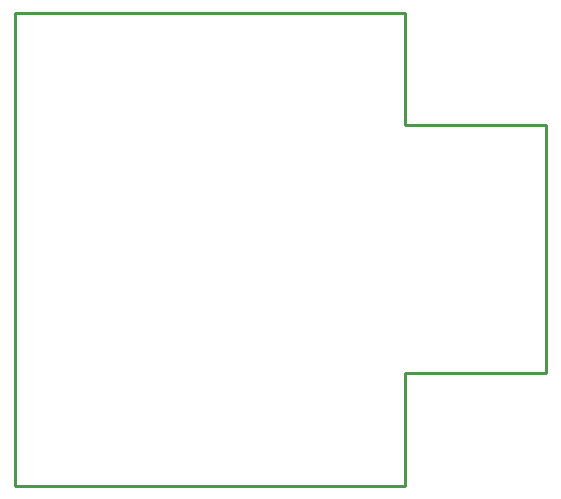
<source format=gbr>
G04 EAGLE Gerber RS-274X export*
G75*
%MOMM*%
%FSLAX34Y34*%
%LPD*%
%IN*%
%IPPOS*%
%AMOC8*
5,1,8,0,0,1.08239X$1,22.5*%
G01*
%ADD10C,0.254000*%


D10*
X0Y0D02*
X330000Y0D01*
X330000Y95000D01*
X450000Y95000D01*
X450000Y305000D01*
X330000Y305000D01*
X330000Y400000D01*
X0Y400000D01*
X0Y0D01*
M02*

</source>
